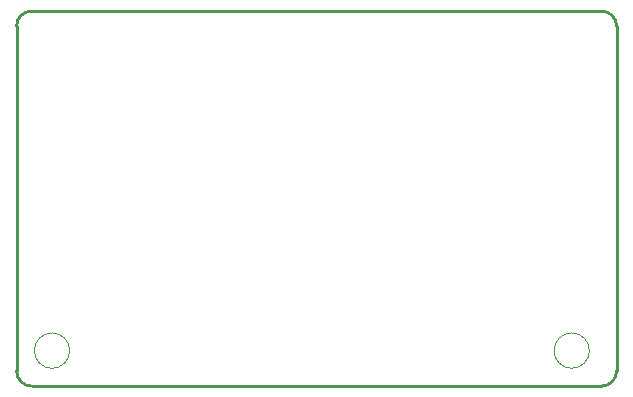
<source format=gko>
G04 Layer: BoardOutlineLayer*
G04 EasyEDA v6.5.44, 2024-07-31 14:11:33*
G04 0a0e6e5985404cbc94c0c78cb0e903e1,401f954c81374b6587e5d63e119e93f9,10*
G04 Gerber Generator version 0.2*
G04 Scale: 100 percent, Rotated: No, Reflected: No *
G04 Dimensions in inches *
G04 leading zeros omitted , absolute positions ,3 integer and 6 decimal *
%FSLAX36Y36*%
%MOIN*%

%ADD10C,0.0100*%
%ADD11C,0.0010*%
D10*
X1950000Y0D02*
G01*
X50000Y0D01*
X0Y50000D02*
G01*
X0Y1200000D01*
X2000000Y1200000D02*
G01*
X2000000Y50000D01*
X50000Y1250000D02*
G01*
X1950000Y1250000D01*
G75*
G01*
X1950000Y1250000D02*
G02*
X2000000Y1200000I0J-50000D01*
G75*
G01*
X2000000Y50000D02*
G02*
X1950000Y0I-50000J0D01*
G75*
G01*
X50000Y0D02*
G02*
X0Y50000I0J50000D01*
G75*
G01*
X0Y1200000D02*
G02*
X50000Y1250000I50000J0D01*
D11*
G75*
G01*
X118110Y59055D02*
G03*
X177165Y118110I0J59055D01*
G75*
G01*
X177165Y118110D02*
G03*
X118110Y177165I-59055J0D01*
G75*
G01*
X118110Y177165D02*
G03*
X59055Y118110I0J-59055D01*
G75*
G01*
X59055Y118110D02*
G03*
X118110Y59055I59055J0D01*
X118110Y59055D02*
G01*
X118110Y59055D01*
X118110Y59055D02*
G01*
X118110Y59055D01*
G75*
G01*
X1850390Y59055D02*
G03*
X1909445Y118110I0J59055D01*
G75*
G01*
X1909445Y118110D02*
G03*
X1850390Y177165I-59055J0D01*
G75*
G01*
X1850390Y177165D02*
G03*
X1791335Y118110I0J-59055D01*
G75*
G01*
X1791335Y118110D02*
G03*
X1850390Y59055I59055J0D01*
X1850389Y59055D02*
G01*
X1850389Y59055D01*
X1850389Y59055D02*
G01*
X1850389Y59055D01*

%LPD*%
M02*

</source>
